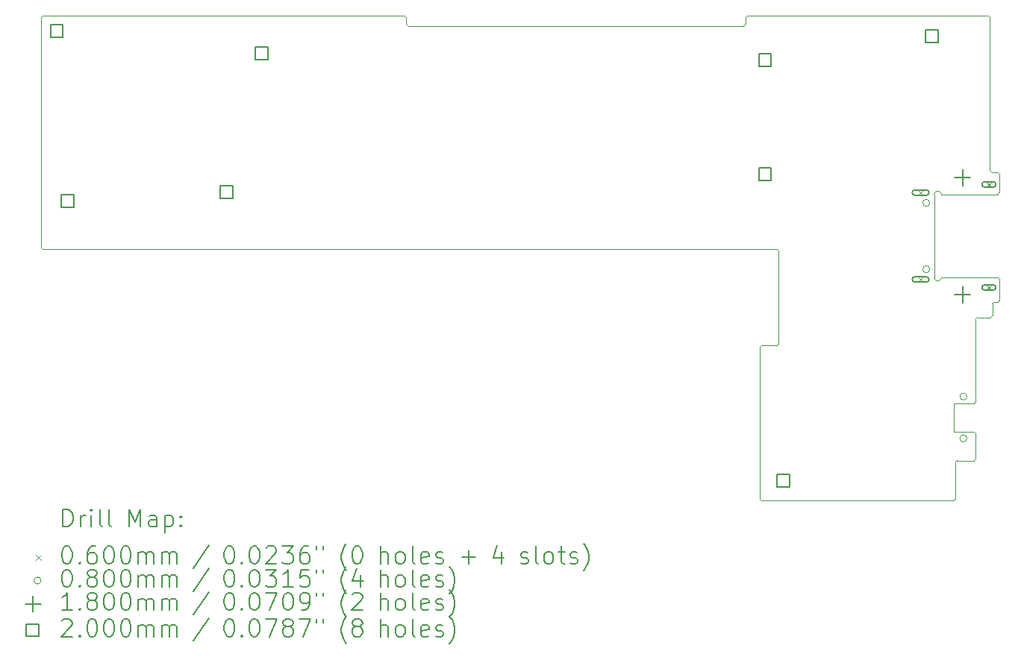
<source format=gbr>
%TF.GenerationSoftware,KiCad,Pcbnew,(7.0.0)*%
%TF.CreationDate,2023-03-12T01:47:21+01:00*%
%TF.ProjectId,g&w,6726772e-6b69-4636-9164-5f7063625858,rev?*%
%TF.SameCoordinates,Original*%
%TF.FileFunction,Drillmap*%
%TF.FilePolarity,Positive*%
%FSLAX45Y45*%
G04 Gerber Fmt 4.5, Leading zero omitted, Abs format (unit mm)*
G04 Created by KiCad (PCBNEW (7.0.0)) date 2023-03-12 01:47:21*
%MOMM*%
%LPD*%
G01*
G04 APERTURE LIST*
%ADD10C,0.050000*%
%ADD11C,0.200000*%
%ADD12C,0.060000*%
%ADD13C,0.080000*%
%ADD14C,0.180000*%
G04 APERTURE END LIST*
D10*
X17685000Y-7925000D02*
G75*
G03*
X17665000Y-7945000I0J-20000D01*
G01*
X20435000Y-7945000D02*
G75*
G03*
X20415000Y-7925000I-20000J0D01*
G01*
X20435000Y-9680000D02*
G75*
G03*
X20455000Y-9700000I20000J0D01*
G01*
X20545000Y-9720000D02*
G75*
G03*
X20525000Y-9700000I-20000J0D01*
G01*
X20525000Y-9953000D02*
G75*
G03*
X20545000Y-9933000I0J20000D01*
G01*
X20545000Y-10917000D02*
G75*
G03*
X20525000Y-10897000I-20000J0D01*
G01*
X20525000Y-11175000D02*
G75*
G03*
X20545000Y-11155000I0J20000D01*
G01*
X20445000Y-11350000D02*
G75*
G03*
X20465000Y-11330000I0J20000D01*
G01*
X20485000Y-11175000D02*
G75*
G03*
X20465000Y-11195000I0J-20000D01*
G01*
X20295000Y-11350000D02*
G75*
G03*
X20275000Y-11370000I0J-20000D01*
G01*
X20255000Y-12325000D02*
G75*
G03*
X20275000Y-12305000I0J20000D01*
G01*
X20275000Y-12665000D02*
G75*
G03*
X20255000Y-12645000I-20000J0D01*
G01*
X20255000Y-12975000D02*
G75*
G03*
X20275000Y-12955000I0J20000D01*
G01*
X20065000Y-12975000D02*
G75*
G03*
X20045000Y-12995000I0J-20000D01*
G01*
X20025000Y-13430000D02*
G75*
G03*
X20045000Y-13410000I0J20000D01*
G01*
X17830000Y-13410000D02*
G75*
G03*
X17850000Y-13430000I20000J0D01*
G01*
X17850000Y-11665000D02*
G75*
G03*
X17830000Y-11685000I0J-20000D01*
G01*
X18020000Y-11665000D02*
G75*
G03*
X18040000Y-11645000I0J20000D01*
G01*
X18040000Y-10595000D02*
G75*
G03*
X18020000Y-10575000I-20000J0D01*
G01*
X9675000Y-10555000D02*
G75*
G03*
X9695000Y-10575000I20000J0D01*
G01*
X9695000Y-7925000D02*
G75*
G03*
X9675000Y-7945000I0J-20000D01*
G01*
X13815000Y-8020000D02*
G75*
G03*
X13835000Y-8040000I20000J0D01*
G01*
X13815000Y-7945000D02*
G75*
G03*
X13795000Y-7925000I-20000J0D01*
G01*
X19805000Y-10897000D02*
G75*
G03*
X19885000Y-10897000I40000J0D01*
G01*
X13815000Y-8020000D02*
X13815000Y-7945000D01*
X20025000Y-12325000D02*
X20255000Y-12325000D01*
X17645000Y-8040000D02*
G75*
G03*
X17665000Y-8020000I0J20000D01*
G01*
X20025000Y-12645000D02*
X20025000Y-12325000D01*
X20295000Y-11350000D02*
X20445000Y-11350000D01*
X17665000Y-7945000D02*
X17665000Y-8020000D01*
X20045000Y-13410000D02*
X20045000Y-12995000D01*
X20525000Y-9700000D02*
X20455000Y-9700000D01*
X20255000Y-12645000D02*
X20025000Y-12645000D01*
X9695000Y-10575000D02*
X18020000Y-10575000D01*
X17645000Y-8040000D02*
X13835000Y-8040000D01*
X13795000Y-7925000D02*
X9695000Y-7925000D01*
X20465000Y-11330000D02*
X20465000Y-11195000D01*
X17830000Y-11685000D02*
X17830000Y-13410000D01*
X20415000Y-7925000D02*
X17685000Y-7925000D01*
X20435000Y-9680000D02*
X20435000Y-7945000D01*
X17850000Y-13430000D02*
X20025000Y-13430000D01*
X20275000Y-12305000D02*
X20275000Y-11370000D01*
X9675000Y-7945000D02*
X9675000Y-10555000D01*
X20525000Y-10897000D02*
X19885000Y-10897000D01*
X20275000Y-12955000D02*
X20275000Y-12665000D01*
X19885000Y-9953000D02*
X20525000Y-9953000D01*
X19805000Y-10897000D02*
X19805000Y-9953000D01*
X20485000Y-11175000D02*
X20525000Y-11175000D01*
X18020000Y-11665000D02*
X17850000Y-11665000D01*
X18040000Y-10595000D02*
X18040000Y-11645000D01*
X19885000Y-9953000D02*
G75*
G03*
X19805000Y-9953000I-40000J0D01*
G01*
X20065000Y-12975000D02*
X20255000Y-12975000D01*
X20545000Y-9933000D02*
X20545000Y-9720000D01*
X20545000Y-11155000D02*
X20545000Y-10917000D01*
D11*
D12*
X19620000Y-9902500D02*
X19680000Y-9962500D01*
X19680000Y-9902500D02*
X19620000Y-9962500D01*
D11*
X19585000Y-9962500D02*
X19715000Y-9962500D01*
X19715000Y-9962500D02*
G75*
G03*
X19715000Y-9902500I0J30000D01*
G01*
X19715000Y-9902500D02*
X19585000Y-9902500D01*
X19585000Y-9902500D02*
G75*
G03*
X19585000Y-9962500I0J-30000D01*
G01*
D12*
X19620000Y-10887500D02*
X19680000Y-10947500D01*
X19680000Y-10887500D02*
X19620000Y-10947500D01*
D11*
X19585000Y-10947500D02*
X19715000Y-10947500D01*
X19715000Y-10947500D02*
G75*
G03*
X19715000Y-10887500I0J30000D01*
G01*
X19715000Y-10887500D02*
X19585000Y-10887500D01*
X19585000Y-10887500D02*
G75*
G03*
X19585000Y-10947500I0J-30000D01*
G01*
D12*
X20395000Y-9810000D02*
X20455000Y-9870000D01*
X20455000Y-9810000D02*
X20395000Y-9870000D01*
D11*
X20375000Y-9870000D02*
X20475000Y-9870000D01*
X20475000Y-9870000D02*
G75*
G03*
X20475000Y-9810000I0J30000D01*
G01*
X20475000Y-9810000D02*
X20375000Y-9810000D01*
X20375000Y-9810000D02*
G75*
G03*
X20375000Y-9870000I0J-30000D01*
G01*
D12*
X20395000Y-10980000D02*
X20455000Y-11040000D01*
X20455000Y-10980000D02*
X20395000Y-11040000D01*
D11*
X20375000Y-11040000D02*
X20475000Y-11040000D01*
X20475000Y-11040000D02*
G75*
G03*
X20475000Y-10980000I0J30000D01*
G01*
X20475000Y-10980000D02*
X20375000Y-10980000D01*
X20375000Y-10980000D02*
G75*
G03*
X20375000Y-11040000I0J-30000D01*
G01*
D13*
X19755000Y-10047500D02*
G75*
G03*
X19755000Y-10047500I-40000J0D01*
G01*
X19755000Y-10802500D02*
G75*
G03*
X19755000Y-10802500I-40000J0D01*
G01*
X20175000Y-12247500D02*
G75*
G03*
X20175000Y-12247500I-40000J0D01*
G01*
X20175000Y-12722500D02*
G75*
G03*
X20175000Y-12722500I-40000J0D01*
G01*
D14*
X20125000Y-9670000D02*
X20125000Y-9850000D01*
X20035000Y-9760000D02*
X20215000Y-9760000D01*
X20125000Y-11000000D02*
X20125000Y-11180000D01*
X20035000Y-11090000D02*
X20215000Y-11090000D01*
D11*
X9920711Y-8170711D02*
X9920711Y-8029289D01*
X9779289Y-8029289D01*
X9779289Y-8170711D01*
X9920711Y-8170711D01*
X10045711Y-10095711D02*
X10045711Y-9954289D01*
X9904289Y-9954289D01*
X9904289Y-10095711D01*
X10045711Y-10095711D01*
X11845711Y-9995711D02*
X11845711Y-9854289D01*
X11704289Y-9854289D01*
X11704289Y-9995711D01*
X11845711Y-9995711D01*
X12245711Y-8420711D02*
X12245711Y-8279289D01*
X12104289Y-8279289D01*
X12104289Y-8420711D01*
X12245711Y-8420711D01*
X17955711Y-8495711D02*
X17955711Y-8354289D01*
X17814289Y-8354289D01*
X17814289Y-8495711D01*
X17955711Y-8495711D01*
X17955711Y-9795711D02*
X17955711Y-9654289D01*
X17814289Y-9654289D01*
X17814289Y-9795711D01*
X17955711Y-9795711D01*
X18160711Y-13270711D02*
X18160711Y-13129289D01*
X18019289Y-13129289D01*
X18019289Y-13270711D01*
X18160711Y-13270711D01*
X19845711Y-8225711D02*
X19845711Y-8084289D01*
X19704289Y-8084289D01*
X19704289Y-8225711D01*
X19845711Y-8225711D01*
X9920119Y-13725976D02*
X9920119Y-13525976D01*
X9920119Y-13525976D02*
X9967738Y-13525976D01*
X9967738Y-13525976D02*
X9996310Y-13535500D01*
X9996310Y-13535500D02*
X10015357Y-13554548D01*
X10015357Y-13554548D02*
X10024881Y-13573595D01*
X10024881Y-13573595D02*
X10034405Y-13611690D01*
X10034405Y-13611690D02*
X10034405Y-13640262D01*
X10034405Y-13640262D02*
X10024881Y-13678357D01*
X10024881Y-13678357D02*
X10015357Y-13697405D01*
X10015357Y-13697405D02*
X9996310Y-13716452D01*
X9996310Y-13716452D02*
X9967738Y-13725976D01*
X9967738Y-13725976D02*
X9920119Y-13725976D01*
X10120119Y-13725976D02*
X10120119Y-13592643D01*
X10120119Y-13630738D02*
X10129643Y-13611690D01*
X10129643Y-13611690D02*
X10139167Y-13602167D01*
X10139167Y-13602167D02*
X10158214Y-13592643D01*
X10158214Y-13592643D02*
X10177262Y-13592643D01*
X10243929Y-13725976D02*
X10243929Y-13592643D01*
X10243929Y-13525976D02*
X10234405Y-13535500D01*
X10234405Y-13535500D02*
X10243929Y-13545024D01*
X10243929Y-13545024D02*
X10253452Y-13535500D01*
X10253452Y-13535500D02*
X10243929Y-13525976D01*
X10243929Y-13525976D02*
X10243929Y-13545024D01*
X10367738Y-13725976D02*
X10348690Y-13716452D01*
X10348690Y-13716452D02*
X10339167Y-13697405D01*
X10339167Y-13697405D02*
X10339167Y-13525976D01*
X10472500Y-13725976D02*
X10453452Y-13716452D01*
X10453452Y-13716452D02*
X10443929Y-13697405D01*
X10443929Y-13697405D02*
X10443929Y-13525976D01*
X10668690Y-13725976D02*
X10668690Y-13525976D01*
X10668690Y-13525976D02*
X10735357Y-13668833D01*
X10735357Y-13668833D02*
X10802024Y-13525976D01*
X10802024Y-13525976D02*
X10802024Y-13725976D01*
X10982976Y-13725976D02*
X10982976Y-13621214D01*
X10982976Y-13621214D02*
X10973452Y-13602167D01*
X10973452Y-13602167D02*
X10954405Y-13592643D01*
X10954405Y-13592643D02*
X10916309Y-13592643D01*
X10916309Y-13592643D02*
X10897262Y-13602167D01*
X10982976Y-13716452D02*
X10963929Y-13725976D01*
X10963929Y-13725976D02*
X10916309Y-13725976D01*
X10916309Y-13725976D02*
X10897262Y-13716452D01*
X10897262Y-13716452D02*
X10887738Y-13697405D01*
X10887738Y-13697405D02*
X10887738Y-13678357D01*
X10887738Y-13678357D02*
X10897262Y-13659309D01*
X10897262Y-13659309D02*
X10916309Y-13649786D01*
X10916309Y-13649786D02*
X10963929Y-13649786D01*
X10963929Y-13649786D02*
X10982976Y-13640262D01*
X11078214Y-13592643D02*
X11078214Y-13792643D01*
X11078214Y-13602167D02*
X11097262Y-13592643D01*
X11097262Y-13592643D02*
X11135357Y-13592643D01*
X11135357Y-13592643D02*
X11154405Y-13602167D01*
X11154405Y-13602167D02*
X11163929Y-13611690D01*
X11163929Y-13611690D02*
X11173452Y-13630738D01*
X11173452Y-13630738D02*
X11173452Y-13687881D01*
X11173452Y-13687881D02*
X11163929Y-13706928D01*
X11163929Y-13706928D02*
X11154405Y-13716452D01*
X11154405Y-13716452D02*
X11135357Y-13725976D01*
X11135357Y-13725976D02*
X11097262Y-13725976D01*
X11097262Y-13725976D02*
X11078214Y-13716452D01*
X11259167Y-13706928D02*
X11268690Y-13716452D01*
X11268690Y-13716452D02*
X11259167Y-13725976D01*
X11259167Y-13725976D02*
X11249643Y-13716452D01*
X11249643Y-13716452D02*
X11259167Y-13706928D01*
X11259167Y-13706928D02*
X11259167Y-13725976D01*
X11259167Y-13602167D02*
X11268690Y-13611690D01*
X11268690Y-13611690D02*
X11259167Y-13621214D01*
X11259167Y-13621214D02*
X11249643Y-13611690D01*
X11249643Y-13611690D02*
X11259167Y-13602167D01*
X11259167Y-13602167D02*
X11259167Y-13621214D01*
D12*
X9612500Y-14042500D02*
X9672500Y-14102500D01*
X9672500Y-14042500D02*
X9612500Y-14102500D01*
D11*
X9958214Y-13945976D02*
X9977262Y-13945976D01*
X9977262Y-13945976D02*
X9996310Y-13955500D01*
X9996310Y-13955500D02*
X10005833Y-13965024D01*
X10005833Y-13965024D02*
X10015357Y-13984071D01*
X10015357Y-13984071D02*
X10024881Y-14022167D01*
X10024881Y-14022167D02*
X10024881Y-14069786D01*
X10024881Y-14069786D02*
X10015357Y-14107881D01*
X10015357Y-14107881D02*
X10005833Y-14126928D01*
X10005833Y-14126928D02*
X9996310Y-14136452D01*
X9996310Y-14136452D02*
X9977262Y-14145976D01*
X9977262Y-14145976D02*
X9958214Y-14145976D01*
X9958214Y-14145976D02*
X9939167Y-14136452D01*
X9939167Y-14136452D02*
X9929643Y-14126928D01*
X9929643Y-14126928D02*
X9920119Y-14107881D01*
X9920119Y-14107881D02*
X9910595Y-14069786D01*
X9910595Y-14069786D02*
X9910595Y-14022167D01*
X9910595Y-14022167D02*
X9920119Y-13984071D01*
X9920119Y-13984071D02*
X9929643Y-13965024D01*
X9929643Y-13965024D02*
X9939167Y-13955500D01*
X9939167Y-13955500D02*
X9958214Y-13945976D01*
X10110595Y-14126928D02*
X10120119Y-14136452D01*
X10120119Y-14136452D02*
X10110595Y-14145976D01*
X10110595Y-14145976D02*
X10101071Y-14136452D01*
X10101071Y-14136452D02*
X10110595Y-14126928D01*
X10110595Y-14126928D02*
X10110595Y-14145976D01*
X10291548Y-13945976D02*
X10253452Y-13945976D01*
X10253452Y-13945976D02*
X10234405Y-13955500D01*
X10234405Y-13955500D02*
X10224881Y-13965024D01*
X10224881Y-13965024D02*
X10205833Y-13993595D01*
X10205833Y-13993595D02*
X10196310Y-14031690D01*
X10196310Y-14031690D02*
X10196310Y-14107881D01*
X10196310Y-14107881D02*
X10205833Y-14126928D01*
X10205833Y-14126928D02*
X10215357Y-14136452D01*
X10215357Y-14136452D02*
X10234405Y-14145976D01*
X10234405Y-14145976D02*
X10272500Y-14145976D01*
X10272500Y-14145976D02*
X10291548Y-14136452D01*
X10291548Y-14136452D02*
X10301071Y-14126928D01*
X10301071Y-14126928D02*
X10310595Y-14107881D01*
X10310595Y-14107881D02*
X10310595Y-14060262D01*
X10310595Y-14060262D02*
X10301071Y-14041214D01*
X10301071Y-14041214D02*
X10291548Y-14031690D01*
X10291548Y-14031690D02*
X10272500Y-14022167D01*
X10272500Y-14022167D02*
X10234405Y-14022167D01*
X10234405Y-14022167D02*
X10215357Y-14031690D01*
X10215357Y-14031690D02*
X10205833Y-14041214D01*
X10205833Y-14041214D02*
X10196310Y-14060262D01*
X10434405Y-13945976D02*
X10453452Y-13945976D01*
X10453452Y-13945976D02*
X10472500Y-13955500D01*
X10472500Y-13955500D02*
X10482024Y-13965024D01*
X10482024Y-13965024D02*
X10491548Y-13984071D01*
X10491548Y-13984071D02*
X10501071Y-14022167D01*
X10501071Y-14022167D02*
X10501071Y-14069786D01*
X10501071Y-14069786D02*
X10491548Y-14107881D01*
X10491548Y-14107881D02*
X10482024Y-14126928D01*
X10482024Y-14126928D02*
X10472500Y-14136452D01*
X10472500Y-14136452D02*
X10453452Y-14145976D01*
X10453452Y-14145976D02*
X10434405Y-14145976D01*
X10434405Y-14145976D02*
X10415357Y-14136452D01*
X10415357Y-14136452D02*
X10405833Y-14126928D01*
X10405833Y-14126928D02*
X10396310Y-14107881D01*
X10396310Y-14107881D02*
X10386786Y-14069786D01*
X10386786Y-14069786D02*
X10386786Y-14022167D01*
X10386786Y-14022167D02*
X10396310Y-13984071D01*
X10396310Y-13984071D02*
X10405833Y-13965024D01*
X10405833Y-13965024D02*
X10415357Y-13955500D01*
X10415357Y-13955500D02*
X10434405Y-13945976D01*
X10624881Y-13945976D02*
X10643929Y-13945976D01*
X10643929Y-13945976D02*
X10662976Y-13955500D01*
X10662976Y-13955500D02*
X10672500Y-13965024D01*
X10672500Y-13965024D02*
X10682024Y-13984071D01*
X10682024Y-13984071D02*
X10691548Y-14022167D01*
X10691548Y-14022167D02*
X10691548Y-14069786D01*
X10691548Y-14069786D02*
X10682024Y-14107881D01*
X10682024Y-14107881D02*
X10672500Y-14126928D01*
X10672500Y-14126928D02*
X10662976Y-14136452D01*
X10662976Y-14136452D02*
X10643929Y-14145976D01*
X10643929Y-14145976D02*
X10624881Y-14145976D01*
X10624881Y-14145976D02*
X10605833Y-14136452D01*
X10605833Y-14136452D02*
X10596310Y-14126928D01*
X10596310Y-14126928D02*
X10586786Y-14107881D01*
X10586786Y-14107881D02*
X10577262Y-14069786D01*
X10577262Y-14069786D02*
X10577262Y-14022167D01*
X10577262Y-14022167D02*
X10586786Y-13984071D01*
X10586786Y-13984071D02*
X10596310Y-13965024D01*
X10596310Y-13965024D02*
X10605833Y-13955500D01*
X10605833Y-13955500D02*
X10624881Y-13945976D01*
X10777262Y-14145976D02*
X10777262Y-14012643D01*
X10777262Y-14031690D02*
X10786786Y-14022167D01*
X10786786Y-14022167D02*
X10805833Y-14012643D01*
X10805833Y-14012643D02*
X10834405Y-14012643D01*
X10834405Y-14012643D02*
X10853452Y-14022167D01*
X10853452Y-14022167D02*
X10862976Y-14041214D01*
X10862976Y-14041214D02*
X10862976Y-14145976D01*
X10862976Y-14041214D02*
X10872500Y-14022167D01*
X10872500Y-14022167D02*
X10891548Y-14012643D01*
X10891548Y-14012643D02*
X10920119Y-14012643D01*
X10920119Y-14012643D02*
X10939167Y-14022167D01*
X10939167Y-14022167D02*
X10948691Y-14041214D01*
X10948691Y-14041214D02*
X10948691Y-14145976D01*
X11043929Y-14145976D02*
X11043929Y-14012643D01*
X11043929Y-14031690D02*
X11053452Y-14022167D01*
X11053452Y-14022167D02*
X11072500Y-14012643D01*
X11072500Y-14012643D02*
X11101072Y-14012643D01*
X11101072Y-14012643D02*
X11120119Y-14022167D01*
X11120119Y-14022167D02*
X11129643Y-14041214D01*
X11129643Y-14041214D02*
X11129643Y-14145976D01*
X11129643Y-14041214D02*
X11139167Y-14022167D01*
X11139167Y-14022167D02*
X11158214Y-14012643D01*
X11158214Y-14012643D02*
X11186786Y-14012643D01*
X11186786Y-14012643D02*
X11205833Y-14022167D01*
X11205833Y-14022167D02*
X11215357Y-14041214D01*
X11215357Y-14041214D02*
X11215357Y-14145976D01*
X11573452Y-13936452D02*
X11402024Y-14193595D01*
X11798214Y-13945976D02*
X11817262Y-13945976D01*
X11817262Y-13945976D02*
X11836310Y-13955500D01*
X11836310Y-13955500D02*
X11845833Y-13965024D01*
X11845833Y-13965024D02*
X11855357Y-13984071D01*
X11855357Y-13984071D02*
X11864881Y-14022167D01*
X11864881Y-14022167D02*
X11864881Y-14069786D01*
X11864881Y-14069786D02*
X11855357Y-14107881D01*
X11855357Y-14107881D02*
X11845833Y-14126928D01*
X11845833Y-14126928D02*
X11836310Y-14136452D01*
X11836310Y-14136452D02*
X11817262Y-14145976D01*
X11817262Y-14145976D02*
X11798214Y-14145976D01*
X11798214Y-14145976D02*
X11779167Y-14136452D01*
X11779167Y-14136452D02*
X11769643Y-14126928D01*
X11769643Y-14126928D02*
X11760119Y-14107881D01*
X11760119Y-14107881D02*
X11750595Y-14069786D01*
X11750595Y-14069786D02*
X11750595Y-14022167D01*
X11750595Y-14022167D02*
X11760119Y-13984071D01*
X11760119Y-13984071D02*
X11769643Y-13965024D01*
X11769643Y-13965024D02*
X11779167Y-13955500D01*
X11779167Y-13955500D02*
X11798214Y-13945976D01*
X11950595Y-14126928D02*
X11960119Y-14136452D01*
X11960119Y-14136452D02*
X11950595Y-14145976D01*
X11950595Y-14145976D02*
X11941071Y-14136452D01*
X11941071Y-14136452D02*
X11950595Y-14126928D01*
X11950595Y-14126928D02*
X11950595Y-14145976D01*
X12083929Y-13945976D02*
X12102976Y-13945976D01*
X12102976Y-13945976D02*
X12122024Y-13955500D01*
X12122024Y-13955500D02*
X12131548Y-13965024D01*
X12131548Y-13965024D02*
X12141071Y-13984071D01*
X12141071Y-13984071D02*
X12150595Y-14022167D01*
X12150595Y-14022167D02*
X12150595Y-14069786D01*
X12150595Y-14069786D02*
X12141071Y-14107881D01*
X12141071Y-14107881D02*
X12131548Y-14126928D01*
X12131548Y-14126928D02*
X12122024Y-14136452D01*
X12122024Y-14136452D02*
X12102976Y-14145976D01*
X12102976Y-14145976D02*
X12083929Y-14145976D01*
X12083929Y-14145976D02*
X12064881Y-14136452D01*
X12064881Y-14136452D02*
X12055357Y-14126928D01*
X12055357Y-14126928D02*
X12045833Y-14107881D01*
X12045833Y-14107881D02*
X12036310Y-14069786D01*
X12036310Y-14069786D02*
X12036310Y-14022167D01*
X12036310Y-14022167D02*
X12045833Y-13984071D01*
X12045833Y-13984071D02*
X12055357Y-13965024D01*
X12055357Y-13965024D02*
X12064881Y-13955500D01*
X12064881Y-13955500D02*
X12083929Y-13945976D01*
X12226786Y-13965024D02*
X12236310Y-13955500D01*
X12236310Y-13955500D02*
X12255357Y-13945976D01*
X12255357Y-13945976D02*
X12302976Y-13945976D01*
X12302976Y-13945976D02*
X12322024Y-13955500D01*
X12322024Y-13955500D02*
X12331548Y-13965024D01*
X12331548Y-13965024D02*
X12341071Y-13984071D01*
X12341071Y-13984071D02*
X12341071Y-14003119D01*
X12341071Y-14003119D02*
X12331548Y-14031690D01*
X12331548Y-14031690D02*
X12217262Y-14145976D01*
X12217262Y-14145976D02*
X12341071Y-14145976D01*
X12407738Y-13945976D02*
X12531548Y-13945976D01*
X12531548Y-13945976D02*
X12464881Y-14022167D01*
X12464881Y-14022167D02*
X12493452Y-14022167D01*
X12493452Y-14022167D02*
X12512500Y-14031690D01*
X12512500Y-14031690D02*
X12522024Y-14041214D01*
X12522024Y-14041214D02*
X12531548Y-14060262D01*
X12531548Y-14060262D02*
X12531548Y-14107881D01*
X12531548Y-14107881D02*
X12522024Y-14126928D01*
X12522024Y-14126928D02*
X12512500Y-14136452D01*
X12512500Y-14136452D02*
X12493452Y-14145976D01*
X12493452Y-14145976D02*
X12436310Y-14145976D01*
X12436310Y-14145976D02*
X12417262Y-14136452D01*
X12417262Y-14136452D02*
X12407738Y-14126928D01*
X12702976Y-13945976D02*
X12664881Y-13945976D01*
X12664881Y-13945976D02*
X12645833Y-13955500D01*
X12645833Y-13955500D02*
X12636310Y-13965024D01*
X12636310Y-13965024D02*
X12617262Y-13993595D01*
X12617262Y-13993595D02*
X12607738Y-14031690D01*
X12607738Y-14031690D02*
X12607738Y-14107881D01*
X12607738Y-14107881D02*
X12617262Y-14126928D01*
X12617262Y-14126928D02*
X12626786Y-14136452D01*
X12626786Y-14136452D02*
X12645833Y-14145976D01*
X12645833Y-14145976D02*
X12683929Y-14145976D01*
X12683929Y-14145976D02*
X12702976Y-14136452D01*
X12702976Y-14136452D02*
X12712500Y-14126928D01*
X12712500Y-14126928D02*
X12722024Y-14107881D01*
X12722024Y-14107881D02*
X12722024Y-14060262D01*
X12722024Y-14060262D02*
X12712500Y-14041214D01*
X12712500Y-14041214D02*
X12702976Y-14031690D01*
X12702976Y-14031690D02*
X12683929Y-14022167D01*
X12683929Y-14022167D02*
X12645833Y-14022167D01*
X12645833Y-14022167D02*
X12626786Y-14031690D01*
X12626786Y-14031690D02*
X12617262Y-14041214D01*
X12617262Y-14041214D02*
X12607738Y-14060262D01*
X12798214Y-13945976D02*
X12798214Y-13984071D01*
X12874405Y-13945976D02*
X12874405Y-13984071D01*
X13137262Y-14222167D02*
X13127738Y-14212643D01*
X13127738Y-14212643D02*
X13108691Y-14184071D01*
X13108691Y-14184071D02*
X13099167Y-14165024D01*
X13099167Y-14165024D02*
X13089643Y-14136452D01*
X13089643Y-14136452D02*
X13080119Y-14088833D01*
X13080119Y-14088833D02*
X13080119Y-14050738D01*
X13080119Y-14050738D02*
X13089643Y-14003119D01*
X13089643Y-14003119D02*
X13099167Y-13974548D01*
X13099167Y-13974548D02*
X13108691Y-13955500D01*
X13108691Y-13955500D02*
X13127738Y-13926928D01*
X13127738Y-13926928D02*
X13137262Y-13917405D01*
X13251548Y-13945976D02*
X13270595Y-13945976D01*
X13270595Y-13945976D02*
X13289643Y-13955500D01*
X13289643Y-13955500D02*
X13299167Y-13965024D01*
X13299167Y-13965024D02*
X13308691Y-13984071D01*
X13308691Y-13984071D02*
X13318214Y-14022167D01*
X13318214Y-14022167D02*
X13318214Y-14069786D01*
X13318214Y-14069786D02*
X13308691Y-14107881D01*
X13308691Y-14107881D02*
X13299167Y-14126928D01*
X13299167Y-14126928D02*
X13289643Y-14136452D01*
X13289643Y-14136452D02*
X13270595Y-14145976D01*
X13270595Y-14145976D02*
X13251548Y-14145976D01*
X13251548Y-14145976D02*
X13232500Y-14136452D01*
X13232500Y-14136452D02*
X13222976Y-14126928D01*
X13222976Y-14126928D02*
X13213452Y-14107881D01*
X13213452Y-14107881D02*
X13203929Y-14069786D01*
X13203929Y-14069786D02*
X13203929Y-14022167D01*
X13203929Y-14022167D02*
X13213452Y-13984071D01*
X13213452Y-13984071D02*
X13222976Y-13965024D01*
X13222976Y-13965024D02*
X13232500Y-13955500D01*
X13232500Y-13955500D02*
X13251548Y-13945976D01*
X13523929Y-14145976D02*
X13523929Y-13945976D01*
X13609643Y-14145976D02*
X13609643Y-14041214D01*
X13609643Y-14041214D02*
X13600119Y-14022167D01*
X13600119Y-14022167D02*
X13581072Y-14012643D01*
X13581072Y-14012643D02*
X13552500Y-14012643D01*
X13552500Y-14012643D02*
X13533452Y-14022167D01*
X13533452Y-14022167D02*
X13523929Y-14031690D01*
X13733452Y-14145976D02*
X13714405Y-14136452D01*
X13714405Y-14136452D02*
X13704881Y-14126928D01*
X13704881Y-14126928D02*
X13695357Y-14107881D01*
X13695357Y-14107881D02*
X13695357Y-14050738D01*
X13695357Y-14050738D02*
X13704881Y-14031690D01*
X13704881Y-14031690D02*
X13714405Y-14022167D01*
X13714405Y-14022167D02*
X13733452Y-14012643D01*
X13733452Y-14012643D02*
X13762024Y-14012643D01*
X13762024Y-14012643D02*
X13781072Y-14022167D01*
X13781072Y-14022167D02*
X13790595Y-14031690D01*
X13790595Y-14031690D02*
X13800119Y-14050738D01*
X13800119Y-14050738D02*
X13800119Y-14107881D01*
X13800119Y-14107881D02*
X13790595Y-14126928D01*
X13790595Y-14126928D02*
X13781072Y-14136452D01*
X13781072Y-14136452D02*
X13762024Y-14145976D01*
X13762024Y-14145976D02*
X13733452Y-14145976D01*
X13914405Y-14145976D02*
X13895357Y-14136452D01*
X13895357Y-14136452D02*
X13885833Y-14117405D01*
X13885833Y-14117405D02*
X13885833Y-13945976D01*
X14066786Y-14136452D02*
X14047738Y-14145976D01*
X14047738Y-14145976D02*
X14009643Y-14145976D01*
X14009643Y-14145976D02*
X13990595Y-14136452D01*
X13990595Y-14136452D02*
X13981072Y-14117405D01*
X13981072Y-14117405D02*
X13981072Y-14041214D01*
X13981072Y-14041214D02*
X13990595Y-14022167D01*
X13990595Y-14022167D02*
X14009643Y-14012643D01*
X14009643Y-14012643D02*
X14047738Y-14012643D01*
X14047738Y-14012643D02*
X14066786Y-14022167D01*
X14066786Y-14022167D02*
X14076310Y-14041214D01*
X14076310Y-14041214D02*
X14076310Y-14060262D01*
X14076310Y-14060262D02*
X13981072Y-14079309D01*
X14152500Y-14136452D02*
X14171548Y-14145976D01*
X14171548Y-14145976D02*
X14209643Y-14145976D01*
X14209643Y-14145976D02*
X14228691Y-14136452D01*
X14228691Y-14136452D02*
X14238214Y-14117405D01*
X14238214Y-14117405D02*
X14238214Y-14107881D01*
X14238214Y-14107881D02*
X14228691Y-14088833D01*
X14228691Y-14088833D02*
X14209643Y-14079309D01*
X14209643Y-14079309D02*
X14181072Y-14079309D01*
X14181072Y-14079309D02*
X14162024Y-14069786D01*
X14162024Y-14069786D02*
X14152500Y-14050738D01*
X14152500Y-14050738D02*
X14152500Y-14041214D01*
X14152500Y-14041214D02*
X14162024Y-14022167D01*
X14162024Y-14022167D02*
X14181072Y-14012643D01*
X14181072Y-14012643D02*
X14209643Y-14012643D01*
X14209643Y-14012643D02*
X14228691Y-14022167D01*
X14443929Y-14069786D02*
X14596310Y-14069786D01*
X14520119Y-14145976D02*
X14520119Y-13993595D01*
X14897262Y-14012643D02*
X14897262Y-14145976D01*
X14849643Y-13936452D02*
X14802024Y-14079309D01*
X14802024Y-14079309D02*
X14925833Y-14079309D01*
X15112500Y-14136452D02*
X15131548Y-14145976D01*
X15131548Y-14145976D02*
X15169643Y-14145976D01*
X15169643Y-14145976D02*
X15188691Y-14136452D01*
X15188691Y-14136452D02*
X15198214Y-14117405D01*
X15198214Y-14117405D02*
X15198214Y-14107881D01*
X15198214Y-14107881D02*
X15188691Y-14088833D01*
X15188691Y-14088833D02*
X15169643Y-14079309D01*
X15169643Y-14079309D02*
X15141072Y-14079309D01*
X15141072Y-14079309D02*
X15122024Y-14069786D01*
X15122024Y-14069786D02*
X15112500Y-14050738D01*
X15112500Y-14050738D02*
X15112500Y-14041214D01*
X15112500Y-14041214D02*
X15122024Y-14022167D01*
X15122024Y-14022167D02*
X15141072Y-14012643D01*
X15141072Y-14012643D02*
X15169643Y-14012643D01*
X15169643Y-14012643D02*
X15188691Y-14022167D01*
X15312500Y-14145976D02*
X15293453Y-14136452D01*
X15293453Y-14136452D02*
X15283929Y-14117405D01*
X15283929Y-14117405D02*
X15283929Y-13945976D01*
X15417262Y-14145976D02*
X15398214Y-14136452D01*
X15398214Y-14136452D02*
X15388691Y-14126928D01*
X15388691Y-14126928D02*
X15379167Y-14107881D01*
X15379167Y-14107881D02*
X15379167Y-14050738D01*
X15379167Y-14050738D02*
X15388691Y-14031690D01*
X15388691Y-14031690D02*
X15398214Y-14022167D01*
X15398214Y-14022167D02*
X15417262Y-14012643D01*
X15417262Y-14012643D02*
X15445834Y-14012643D01*
X15445834Y-14012643D02*
X15464881Y-14022167D01*
X15464881Y-14022167D02*
X15474405Y-14031690D01*
X15474405Y-14031690D02*
X15483929Y-14050738D01*
X15483929Y-14050738D02*
X15483929Y-14107881D01*
X15483929Y-14107881D02*
X15474405Y-14126928D01*
X15474405Y-14126928D02*
X15464881Y-14136452D01*
X15464881Y-14136452D02*
X15445834Y-14145976D01*
X15445834Y-14145976D02*
X15417262Y-14145976D01*
X15541072Y-14012643D02*
X15617262Y-14012643D01*
X15569643Y-13945976D02*
X15569643Y-14117405D01*
X15569643Y-14117405D02*
X15579167Y-14136452D01*
X15579167Y-14136452D02*
X15598214Y-14145976D01*
X15598214Y-14145976D02*
X15617262Y-14145976D01*
X15674405Y-14136452D02*
X15693453Y-14145976D01*
X15693453Y-14145976D02*
X15731548Y-14145976D01*
X15731548Y-14145976D02*
X15750595Y-14136452D01*
X15750595Y-14136452D02*
X15760119Y-14117405D01*
X15760119Y-14117405D02*
X15760119Y-14107881D01*
X15760119Y-14107881D02*
X15750595Y-14088833D01*
X15750595Y-14088833D02*
X15731548Y-14079309D01*
X15731548Y-14079309D02*
X15702976Y-14079309D01*
X15702976Y-14079309D02*
X15683929Y-14069786D01*
X15683929Y-14069786D02*
X15674405Y-14050738D01*
X15674405Y-14050738D02*
X15674405Y-14041214D01*
X15674405Y-14041214D02*
X15683929Y-14022167D01*
X15683929Y-14022167D02*
X15702976Y-14012643D01*
X15702976Y-14012643D02*
X15731548Y-14012643D01*
X15731548Y-14012643D02*
X15750595Y-14022167D01*
X15826786Y-14222167D02*
X15836310Y-14212643D01*
X15836310Y-14212643D02*
X15855357Y-14184071D01*
X15855357Y-14184071D02*
X15864881Y-14165024D01*
X15864881Y-14165024D02*
X15874405Y-14136452D01*
X15874405Y-14136452D02*
X15883929Y-14088833D01*
X15883929Y-14088833D02*
X15883929Y-14050738D01*
X15883929Y-14050738D02*
X15874405Y-14003119D01*
X15874405Y-14003119D02*
X15864881Y-13974548D01*
X15864881Y-13974548D02*
X15855357Y-13955500D01*
X15855357Y-13955500D02*
X15836310Y-13926928D01*
X15836310Y-13926928D02*
X15826786Y-13917405D01*
D13*
X9672500Y-14336500D02*
G75*
G03*
X9672500Y-14336500I-40000J0D01*
G01*
D11*
X9958214Y-14209976D02*
X9977262Y-14209976D01*
X9977262Y-14209976D02*
X9996310Y-14219500D01*
X9996310Y-14219500D02*
X10005833Y-14229024D01*
X10005833Y-14229024D02*
X10015357Y-14248071D01*
X10015357Y-14248071D02*
X10024881Y-14286167D01*
X10024881Y-14286167D02*
X10024881Y-14333786D01*
X10024881Y-14333786D02*
X10015357Y-14371881D01*
X10015357Y-14371881D02*
X10005833Y-14390928D01*
X10005833Y-14390928D02*
X9996310Y-14400452D01*
X9996310Y-14400452D02*
X9977262Y-14409976D01*
X9977262Y-14409976D02*
X9958214Y-14409976D01*
X9958214Y-14409976D02*
X9939167Y-14400452D01*
X9939167Y-14400452D02*
X9929643Y-14390928D01*
X9929643Y-14390928D02*
X9920119Y-14371881D01*
X9920119Y-14371881D02*
X9910595Y-14333786D01*
X9910595Y-14333786D02*
X9910595Y-14286167D01*
X9910595Y-14286167D02*
X9920119Y-14248071D01*
X9920119Y-14248071D02*
X9929643Y-14229024D01*
X9929643Y-14229024D02*
X9939167Y-14219500D01*
X9939167Y-14219500D02*
X9958214Y-14209976D01*
X10110595Y-14390928D02*
X10120119Y-14400452D01*
X10120119Y-14400452D02*
X10110595Y-14409976D01*
X10110595Y-14409976D02*
X10101071Y-14400452D01*
X10101071Y-14400452D02*
X10110595Y-14390928D01*
X10110595Y-14390928D02*
X10110595Y-14409976D01*
X10234405Y-14295690D02*
X10215357Y-14286167D01*
X10215357Y-14286167D02*
X10205833Y-14276643D01*
X10205833Y-14276643D02*
X10196310Y-14257595D01*
X10196310Y-14257595D02*
X10196310Y-14248071D01*
X10196310Y-14248071D02*
X10205833Y-14229024D01*
X10205833Y-14229024D02*
X10215357Y-14219500D01*
X10215357Y-14219500D02*
X10234405Y-14209976D01*
X10234405Y-14209976D02*
X10272500Y-14209976D01*
X10272500Y-14209976D02*
X10291548Y-14219500D01*
X10291548Y-14219500D02*
X10301071Y-14229024D01*
X10301071Y-14229024D02*
X10310595Y-14248071D01*
X10310595Y-14248071D02*
X10310595Y-14257595D01*
X10310595Y-14257595D02*
X10301071Y-14276643D01*
X10301071Y-14276643D02*
X10291548Y-14286167D01*
X10291548Y-14286167D02*
X10272500Y-14295690D01*
X10272500Y-14295690D02*
X10234405Y-14295690D01*
X10234405Y-14295690D02*
X10215357Y-14305214D01*
X10215357Y-14305214D02*
X10205833Y-14314738D01*
X10205833Y-14314738D02*
X10196310Y-14333786D01*
X10196310Y-14333786D02*
X10196310Y-14371881D01*
X10196310Y-14371881D02*
X10205833Y-14390928D01*
X10205833Y-14390928D02*
X10215357Y-14400452D01*
X10215357Y-14400452D02*
X10234405Y-14409976D01*
X10234405Y-14409976D02*
X10272500Y-14409976D01*
X10272500Y-14409976D02*
X10291548Y-14400452D01*
X10291548Y-14400452D02*
X10301071Y-14390928D01*
X10301071Y-14390928D02*
X10310595Y-14371881D01*
X10310595Y-14371881D02*
X10310595Y-14333786D01*
X10310595Y-14333786D02*
X10301071Y-14314738D01*
X10301071Y-14314738D02*
X10291548Y-14305214D01*
X10291548Y-14305214D02*
X10272500Y-14295690D01*
X10434405Y-14209976D02*
X10453452Y-14209976D01*
X10453452Y-14209976D02*
X10472500Y-14219500D01*
X10472500Y-14219500D02*
X10482024Y-14229024D01*
X10482024Y-14229024D02*
X10491548Y-14248071D01*
X10491548Y-14248071D02*
X10501071Y-14286167D01*
X10501071Y-14286167D02*
X10501071Y-14333786D01*
X10501071Y-14333786D02*
X10491548Y-14371881D01*
X10491548Y-14371881D02*
X10482024Y-14390928D01*
X10482024Y-14390928D02*
X10472500Y-14400452D01*
X10472500Y-14400452D02*
X10453452Y-14409976D01*
X10453452Y-14409976D02*
X10434405Y-14409976D01*
X10434405Y-14409976D02*
X10415357Y-14400452D01*
X10415357Y-14400452D02*
X10405833Y-14390928D01*
X10405833Y-14390928D02*
X10396310Y-14371881D01*
X10396310Y-14371881D02*
X10386786Y-14333786D01*
X10386786Y-14333786D02*
X10386786Y-14286167D01*
X10386786Y-14286167D02*
X10396310Y-14248071D01*
X10396310Y-14248071D02*
X10405833Y-14229024D01*
X10405833Y-14229024D02*
X10415357Y-14219500D01*
X10415357Y-14219500D02*
X10434405Y-14209976D01*
X10624881Y-14209976D02*
X10643929Y-14209976D01*
X10643929Y-14209976D02*
X10662976Y-14219500D01*
X10662976Y-14219500D02*
X10672500Y-14229024D01*
X10672500Y-14229024D02*
X10682024Y-14248071D01*
X10682024Y-14248071D02*
X10691548Y-14286167D01*
X10691548Y-14286167D02*
X10691548Y-14333786D01*
X10691548Y-14333786D02*
X10682024Y-14371881D01*
X10682024Y-14371881D02*
X10672500Y-14390928D01*
X10672500Y-14390928D02*
X10662976Y-14400452D01*
X10662976Y-14400452D02*
X10643929Y-14409976D01*
X10643929Y-14409976D02*
X10624881Y-14409976D01*
X10624881Y-14409976D02*
X10605833Y-14400452D01*
X10605833Y-14400452D02*
X10596310Y-14390928D01*
X10596310Y-14390928D02*
X10586786Y-14371881D01*
X10586786Y-14371881D02*
X10577262Y-14333786D01*
X10577262Y-14333786D02*
X10577262Y-14286167D01*
X10577262Y-14286167D02*
X10586786Y-14248071D01*
X10586786Y-14248071D02*
X10596310Y-14229024D01*
X10596310Y-14229024D02*
X10605833Y-14219500D01*
X10605833Y-14219500D02*
X10624881Y-14209976D01*
X10777262Y-14409976D02*
X10777262Y-14276643D01*
X10777262Y-14295690D02*
X10786786Y-14286167D01*
X10786786Y-14286167D02*
X10805833Y-14276643D01*
X10805833Y-14276643D02*
X10834405Y-14276643D01*
X10834405Y-14276643D02*
X10853452Y-14286167D01*
X10853452Y-14286167D02*
X10862976Y-14305214D01*
X10862976Y-14305214D02*
X10862976Y-14409976D01*
X10862976Y-14305214D02*
X10872500Y-14286167D01*
X10872500Y-14286167D02*
X10891548Y-14276643D01*
X10891548Y-14276643D02*
X10920119Y-14276643D01*
X10920119Y-14276643D02*
X10939167Y-14286167D01*
X10939167Y-14286167D02*
X10948691Y-14305214D01*
X10948691Y-14305214D02*
X10948691Y-14409976D01*
X11043929Y-14409976D02*
X11043929Y-14276643D01*
X11043929Y-14295690D02*
X11053452Y-14286167D01*
X11053452Y-14286167D02*
X11072500Y-14276643D01*
X11072500Y-14276643D02*
X11101072Y-14276643D01*
X11101072Y-14276643D02*
X11120119Y-14286167D01*
X11120119Y-14286167D02*
X11129643Y-14305214D01*
X11129643Y-14305214D02*
X11129643Y-14409976D01*
X11129643Y-14305214D02*
X11139167Y-14286167D01*
X11139167Y-14286167D02*
X11158214Y-14276643D01*
X11158214Y-14276643D02*
X11186786Y-14276643D01*
X11186786Y-14276643D02*
X11205833Y-14286167D01*
X11205833Y-14286167D02*
X11215357Y-14305214D01*
X11215357Y-14305214D02*
X11215357Y-14409976D01*
X11573452Y-14200452D02*
X11402024Y-14457595D01*
X11798214Y-14209976D02*
X11817262Y-14209976D01*
X11817262Y-14209976D02*
X11836310Y-14219500D01*
X11836310Y-14219500D02*
X11845833Y-14229024D01*
X11845833Y-14229024D02*
X11855357Y-14248071D01*
X11855357Y-14248071D02*
X11864881Y-14286167D01*
X11864881Y-14286167D02*
X11864881Y-14333786D01*
X11864881Y-14333786D02*
X11855357Y-14371881D01*
X11855357Y-14371881D02*
X11845833Y-14390928D01*
X11845833Y-14390928D02*
X11836310Y-14400452D01*
X11836310Y-14400452D02*
X11817262Y-14409976D01*
X11817262Y-14409976D02*
X11798214Y-14409976D01*
X11798214Y-14409976D02*
X11779167Y-14400452D01*
X11779167Y-14400452D02*
X11769643Y-14390928D01*
X11769643Y-14390928D02*
X11760119Y-14371881D01*
X11760119Y-14371881D02*
X11750595Y-14333786D01*
X11750595Y-14333786D02*
X11750595Y-14286167D01*
X11750595Y-14286167D02*
X11760119Y-14248071D01*
X11760119Y-14248071D02*
X11769643Y-14229024D01*
X11769643Y-14229024D02*
X11779167Y-14219500D01*
X11779167Y-14219500D02*
X11798214Y-14209976D01*
X11950595Y-14390928D02*
X11960119Y-14400452D01*
X11960119Y-14400452D02*
X11950595Y-14409976D01*
X11950595Y-14409976D02*
X11941071Y-14400452D01*
X11941071Y-14400452D02*
X11950595Y-14390928D01*
X11950595Y-14390928D02*
X11950595Y-14409976D01*
X12083929Y-14209976D02*
X12102976Y-14209976D01*
X12102976Y-14209976D02*
X12122024Y-14219500D01*
X12122024Y-14219500D02*
X12131548Y-14229024D01*
X12131548Y-14229024D02*
X12141071Y-14248071D01*
X12141071Y-14248071D02*
X12150595Y-14286167D01*
X12150595Y-14286167D02*
X12150595Y-14333786D01*
X12150595Y-14333786D02*
X12141071Y-14371881D01*
X12141071Y-14371881D02*
X12131548Y-14390928D01*
X12131548Y-14390928D02*
X12122024Y-14400452D01*
X12122024Y-14400452D02*
X12102976Y-14409976D01*
X12102976Y-14409976D02*
X12083929Y-14409976D01*
X12083929Y-14409976D02*
X12064881Y-14400452D01*
X12064881Y-14400452D02*
X12055357Y-14390928D01*
X12055357Y-14390928D02*
X12045833Y-14371881D01*
X12045833Y-14371881D02*
X12036310Y-14333786D01*
X12036310Y-14333786D02*
X12036310Y-14286167D01*
X12036310Y-14286167D02*
X12045833Y-14248071D01*
X12045833Y-14248071D02*
X12055357Y-14229024D01*
X12055357Y-14229024D02*
X12064881Y-14219500D01*
X12064881Y-14219500D02*
X12083929Y-14209976D01*
X12217262Y-14209976D02*
X12341071Y-14209976D01*
X12341071Y-14209976D02*
X12274405Y-14286167D01*
X12274405Y-14286167D02*
X12302976Y-14286167D01*
X12302976Y-14286167D02*
X12322024Y-14295690D01*
X12322024Y-14295690D02*
X12331548Y-14305214D01*
X12331548Y-14305214D02*
X12341071Y-14324262D01*
X12341071Y-14324262D02*
X12341071Y-14371881D01*
X12341071Y-14371881D02*
X12331548Y-14390928D01*
X12331548Y-14390928D02*
X12322024Y-14400452D01*
X12322024Y-14400452D02*
X12302976Y-14409976D01*
X12302976Y-14409976D02*
X12245833Y-14409976D01*
X12245833Y-14409976D02*
X12226786Y-14400452D01*
X12226786Y-14400452D02*
X12217262Y-14390928D01*
X12531548Y-14409976D02*
X12417262Y-14409976D01*
X12474405Y-14409976D02*
X12474405Y-14209976D01*
X12474405Y-14209976D02*
X12455357Y-14238548D01*
X12455357Y-14238548D02*
X12436310Y-14257595D01*
X12436310Y-14257595D02*
X12417262Y-14267119D01*
X12712500Y-14209976D02*
X12617262Y-14209976D01*
X12617262Y-14209976D02*
X12607738Y-14305214D01*
X12607738Y-14305214D02*
X12617262Y-14295690D01*
X12617262Y-14295690D02*
X12636310Y-14286167D01*
X12636310Y-14286167D02*
X12683929Y-14286167D01*
X12683929Y-14286167D02*
X12702976Y-14295690D01*
X12702976Y-14295690D02*
X12712500Y-14305214D01*
X12712500Y-14305214D02*
X12722024Y-14324262D01*
X12722024Y-14324262D02*
X12722024Y-14371881D01*
X12722024Y-14371881D02*
X12712500Y-14390928D01*
X12712500Y-14390928D02*
X12702976Y-14400452D01*
X12702976Y-14400452D02*
X12683929Y-14409976D01*
X12683929Y-14409976D02*
X12636310Y-14409976D01*
X12636310Y-14409976D02*
X12617262Y-14400452D01*
X12617262Y-14400452D02*
X12607738Y-14390928D01*
X12798214Y-14209976D02*
X12798214Y-14248071D01*
X12874405Y-14209976D02*
X12874405Y-14248071D01*
X13137262Y-14486167D02*
X13127738Y-14476643D01*
X13127738Y-14476643D02*
X13108691Y-14448071D01*
X13108691Y-14448071D02*
X13099167Y-14429024D01*
X13099167Y-14429024D02*
X13089643Y-14400452D01*
X13089643Y-14400452D02*
X13080119Y-14352833D01*
X13080119Y-14352833D02*
X13080119Y-14314738D01*
X13080119Y-14314738D02*
X13089643Y-14267119D01*
X13089643Y-14267119D02*
X13099167Y-14238548D01*
X13099167Y-14238548D02*
X13108691Y-14219500D01*
X13108691Y-14219500D02*
X13127738Y-14190928D01*
X13127738Y-14190928D02*
X13137262Y-14181405D01*
X13299167Y-14276643D02*
X13299167Y-14409976D01*
X13251548Y-14200452D02*
X13203929Y-14343309D01*
X13203929Y-14343309D02*
X13327738Y-14343309D01*
X13523929Y-14409976D02*
X13523929Y-14209976D01*
X13609643Y-14409976D02*
X13609643Y-14305214D01*
X13609643Y-14305214D02*
X13600119Y-14286167D01*
X13600119Y-14286167D02*
X13581072Y-14276643D01*
X13581072Y-14276643D02*
X13552500Y-14276643D01*
X13552500Y-14276643D02*
X13533452Y-14286167D01*
X13533452Y-14286167D02*
X13523929Y-14295690D01*
X13733452Y-14409976D02*
X13714405Y-14400452D01*
X13714405Y-14400452D02*
X13704881Y-14390928D01*
X13704881Y-14390928D02*
X13695357Y-14371881D01*
X13695357Y-14371881D02*
X13695357Y-14314738D01*
X13695357Y-14314738D02*
X13704881Y-14295690D01*
X13704881Y-14295690D02*
X13714405Y-14286167D01*
X13714405Y-14286167D02*
X13733452Y-14276643D01*
X13733452Y-14276643D02*
X13762024Y-14276643D01*
X13762024Y-14276643D02*
X13781072Y-14286167D01*
X13781072Y-14286167D02*
X13790595Y-14295690D01*
X13790595Y-14295690D02*
X13800119Y-14314738D01*
X13800119Y-14314738D02*
X13800119Y-14371881D01*
X13800119Y-14371881D02*
X13790595Y-14390928D01*
X13790595Y-14390928D02*
X13781072Y-14400452D01*
X13781072Y-14400452D02*
X13762024Y-14409976D01*
X13762024Y-14409976D02*
X13733452Y-14409976D01*
X13914405Y-14409976D02*
X13895357Y-14400452D01*
X13895357Y-14400452D02*
X13885833Y-14381405D01*
X13885833Y-14381405D02*
X13885833Y-14209976D01*
X14066786Y-14400452D02*
X14047738Y-14409976D01*
X14047738Y-14409976D02*
X14009643Y-14409976D01*
X14009643Y-14409976D02*
X13990595Y-14400452D01*
X13990595Y-14400452D02*
X13981072Y-14381405D01*
X13981072Y-14381405D02*
X13981072Y-14305214D01*
X13981072Y-14305214D02*
X13990595Y-14286167D01*
X13990595Y-14286167D02*
X14009643Y-14276643D01*
X14009643Y-14276643D02*
X14047738Y-14276643D01*
X14047738Y-14276643D02*
X14066786Y-14286167D01*
X14066786Y-14286167D02*
X14076310Y-14305214D01*
X14076310Y-14305214D02*
X14076310Y-14324262D01*
X14076310Y-14324262D02*
X13981072Y-14343309D01*
X14152500Y-14400452D02*
X14171548Y-14409976D01*
X14171548Y-14409976D02*
X14209643Y-14409976D01*
X14209643Y-14409976D02*
X14228691Y-14400452D01*
X14228691Y-14400452D02*
X14238214Y-14381405D01*
X14238214Y-14381405D02*
X14238214Y-14371881D01*
X14238214Y-14371881D02*
X14228691Y-14352833D01*
X14228691Y-14352833D02*
X14209643Y-14343309D01*
X14209643Y-14343309D02*
X14181072Y-14343309D01*
X14181072Y-14343309D02*
X14162024Y-14333786D01*
X14162024Y-14333786D02*
X14152500Y-14314738D01*
X14152500Y-14314738D02*
X14152500Y-14305214D01*
X14152500Y-14305214D02*
X14162024Y-14286167D01*
X14162024Y-14286167D02*
X14181072Y-14276643D01*
X14181072Y-14276643D02*
X14209643Y-14276643D01*
X14209643Y-14276643D02*
X14228691Y-14286167D01*
X14304881Y-14486167D02*
X14314405Y-14476643D01*
X14314405Y-14476643D02*
X14333453Y-14448071D01*
X14333453Y-14448071D02*
X14342976Y-14429024D01*
X14342976Y-14429024D02*
X14352500Y-14400452D01*
X14352500Y-14400452D02*
X14362024Y-14352833D01*
X14362024Y-14352833D02*
X14362024Y-14314738D01*
X14362024Y-14314738D02*
X14352500Y-14267119D01*
X14352500Y-14267119D02*
X14342976Y-14238548D01*
X14342976Y-14238548D02*
X14333453Y-14219500D01*
X14333453Y-14219500D02*
X14314405Y-14190928D01*
X14314405Y-14190928D02*
X14304881Y-14181405D01*
D14*
X9582500Y-14510500D02*
X9582500Y-14690500D01*
X9492500Y-14600500D02*
X9672500Y-14600500D01*
D11*
X10024881Y-14673976D02*
X9910595Y-14673976D01*
X9967738Y-14673976D02*
X9967738Y-14473976D01*
X9967738Y-14473976D02*
X9948690Y-14502548D01*
X9948690Y-14502548D02*
X9929643Y-14521595D01*
X9929643Y-14521595D02*
X9910595Y-14531119D01*
X10110595Y-14654928D02*
X10120119Y-14664452D01*
X10120119Y-14664452D02*
X10110595Y-14673976D01*
X10110595Y-14673976D02*
X10101071Y-14664452D01*
X10101071Y-14664452D02*
X10110595Y-14654928D01*
X10110595Y-14654928D02*
X10110595Y-14673976D01*
X10234405Y-14559690D02*
X10215357Y-14550167D01*
X10215357Y-14550167D02*
X10205833Y-14540643D01*
X10205833Y-14540643D02*
X10196310Y-14521595D01*
X10196310Y-14521595D02*
X10196310Y-14512071D01*
X10196310Y-14512071D02*
X10205833Y-14493024D01*
X10205833Y-14493024D02*
X10215357Y-14483500D01*
X10215357Y-14483500D02*
X10234405Y-14473976D01*
X10234405Y-14473976D02*
X10272500Y-14473976D01*
X10272500Y-14473976D02*
X10291548Y-14483500D01*
X10291548Y-14483500D02*
X10301071Y-14493024D01*
X10301071Y-14493024D02*
X10310595Y-14512071D01*
X10310595Y-14512071D02*
X10310595Y-14521595D01*
X10310595Y-14521595D02*
X10301071Y-14540643D01*
X10301071Y-14540643D02*
X10291548Y-14550167D01*
X10291548Y-14550167D02*
X10272500Y-14559690D01*
X10272500Y-14559690D02*
X10234405Y-14559690D01*
X10234405Y-14559690D02*
X10215357Y-14569214D01*
X10215357Y-14569214D02*
X10205833Y-14578738D01*
X10205833Y-14578738D02*
X10196310Y-14597786D01*
X10196310Y-14597786D02*
X10196310Y-14635881D01*
X10196310Y-14635881D02*
X10205833Y-14654928D01*
X10205833Y-14654928D02*
X10215357Y-14664452D01*
X10215357Y-14664452D02*
X10234405Y-14673976D01*
X10234405Y-14673976D02*
X10272500Y-14673976D01*
X10272500Y-14673976D02*
X10291548Y-14664452D01*
X10291548Y-14664452D02*
X10301071Y-14654928D01*
X10301071Y-14654928D02*
X10310595Y-14635881D01*
X10310595Y-14635881D02*
X10310595Y-14597786D01*
X10310595Y-14597786D02*
X10301071Y-14578738D01*
X10301071Y-14578738D02*
X10291548Y-14569214D01*
X10291548Y-14569214D02*
X10272500Y-14559690D01*
X10434405Y-14473976D02*
X10453452Y-14473976D01*
X10453452Y-14473976D02*
X10472500Y-14483500D01*
X10472500Y-14483500D02*
X10482024Y-14493024D01*
X10482024Y-14493024D02*
X10491548Y-14512071D01*
X10491548Y-14512071D02*
X10501071Y-14550167D01*
X10501071Y-14550167D02*
X10501071Y-14597786D01*
X10501071Y-14597786D02*
X10491548Y-14635881D01*
X10491548Y-14635881D02*
X10482024Y-14654928D01*
X10482024Y-14654928D02*
X10472500Y-14664452D01*
X10472500Y-14664452D02*
X10453452Y-14673976D01*
X10453452Y-14673976D02*
X10434405Y-14673976D01*
X10434405Y-14673976D02*
X10415357Y-14664452D01*
X10415357Y-14664452D02*
X10405833Y-14654928D01*
X10405833Y-14654928D02*
X10396310Y-14635881D01*
X10396310Y-14635881D02*
X10386786Y-14597786D01*
X10386786Y-14597786D02*
X10386786Y-14550167D01*
X10386786Y-14550167D02*
X10396310Y-14512071D01*
X10396310Y-14512071D02*
X10405833Y-14493024D01*
X10405833Y-14493024D02*
X10415357Y-14483500D01*
X10415357Y-14483500D02*
X10434405Y-14473976D01*
X10624881Y-14473976D02*
X10643929Y-14473976D01*
X10643929Y-14473976D02*
X10662976Y-14483500D01*
X10662976Y-14483500D02*
X10672500Y-14493024D01*
X10672500Y-14493024D02*
X10682024Y-14512071D01*
X10682024Y-14512071D02*
X10691548Y-14550167D01*
X10691548Y-14550167D02*
X10691548Y-14597786D01*
X10691548Y-14597786D02*
X10682024Y-14635881D01*
X10682024Y-14635881D02*
X10672500Y-14654928D01*
X10672500Y-14654928D02*
X10662976Y-14664452D01*
X10662976Y-14664452D02*
X10643929Y-14673976D01*
X10643929Y-14673976D02*
X10624881Y-14673976D01*
X10624881Y-14673976D02*
X10605833Y-14664452D01*
X10605833Y-14664452D02*
X10596310Y-14654928D01*
X10596310Y-14654928D02*
X10586786Y-14635881D01*
X10586786Y-14635881D02*
X10577262Y-14597786D01*
X10577262Y-14597786D02*
X10577262Y-14550167D01*
X10577262Y-14550167D02*
X10586786Y-14512071D01*
X10586786Y-14512071D02*
X10596310Y-14493024D01*
X10596310Y-14493024D02*
X10605833Y-14483500D01*
X10605833Y-14483500D02*
X10624881Y-14473976D01*
X10777262Y-14673976D02*
X10777262Y-14540643D01*
X10777262Y-14559690D02*
X10786786Y-14550167D01*
X10786786Y-14550167D02*
X10805833Y-14540643D01*
X10805833Y-14540643D02*
X10834405Y-14540643D01*
X10834405Y-14540643D02*
X10853452Y-14550167D01*
X10853452Y-14550167D02*
X10862976Y-14569214D01*
X10862976Y-14569214D02*
X10862976Y-14673976D01*
X10862976Y-14569214D02*
X10872500Y-14550167D01*
X10872500Y-14550167D02*
X10891548Y-14540643D01*
X10891548Y-14540643D02*
X10920119Y-14540643D01*
X10920119Y-14540643D02*
X10939167Y-14550167D01*
X10939167Y-14550167D02*
X10948691Y-14569214D01*
X10948691Y-14569214D02*
X10948691Y-14673976D01*
X11043929Y-14673976D02*
X11043929Y-14540643D01*
X11043929Y-14559690D02*
X11053452Y-14550167D01*
X11053452Y-14550167D02*
X11072500Y-14540643D01*
X11072500Y-14540643D02*
X11101072Y-14540643D01*
X11101072Y-14540643D02*
X11120119Y-14550167D01*
X11120119Y-14550167D02*
X11129643Y-14569214D01*
X11129643Y-14569214D02*
X11129643Y-14673976D01*
X11129643Y-14569214D02*
X11139167Y-14550167D01*
X11139167Y-14550167D02*
X11158214Y-14540643D01*
X11158214Y-14540643D02*
X11186786Y-14540643D01*
X11186786Y-14540643D02*
X11205833Y-14550167D01*
X11205833Y-14550167D02*
X11215357Y-14569214D01*
X11215357Y-14569214D02*
X11215357Y-14673976D01*
X11573452Y-14464452D02*
X11402024Y-14721595D01*
X11798214Y-14473976D02*
X11817262Y-14473976D01*
X11817262Y-14473976D02*
X11836310Y-14483500D01*
X11836310Y-14483500D02*
X11845833Y-14493024D01*
X11845833Y-14493024D02*
X11855357Y-14512071D01*
X11855357Y-14512071D02*
X11864881Y-14550167D01*
X11864881Y-14550167D02*
X11864881Y-14597786D01*
X11864881Y-14597786D02*
X11855357Y-14635881D01*
X11855357Y-14635881D02*
X11845833Y-14654928D01*
X11845833Y-14654928D02*
X11836310Y-14664452D01*
X11836310Y-14664452D02*
X11817262Y-14673976D01*
X11817262Y-14673976D02*
X11798214Y-14673976D01*
X11798214Y-14673976D02*
X11779167Y-14664452D01*
X11779167Y-14664452D02*
X11769643Y-14654928D01*
X11769643Y-14654928D02*
X11760119Y-14635881D01*
X11760119Y-14635881D02*
X11750595Y-14597786D01*
X11750595Y-14597786D02*
X11750595Y-14550167D01*
X11750595Y-14550167D02*
X11760119Y-14512071D01*
X11760119Y-14512071D02*
X11769643Y-14493024D01*
X11769643Y-14493024D02*
X11779167Y-14483500D01*
X11779167Y-14483500D02*
X11798214Y-14473976D01*
X11950595Y-14654928D02*
X11960119Y-14664452D01*
X11960119Y-14664452D02*
X11950595Y-14673976D01*
X11950595Y-14673976D02*
X11941071Y-14664452D01*
X11941071Y-14664452D02*
X11950595Y-14654928D01*
X11950595Y-14654928D02*
X11950595Y-14673976D01*
X12083929Y-14473976D02*
X12102976Y-14473976D01*
X12102976Y-14473976D02*
X12122024Y-14483500D01*
X12122024Y-14483500D02*
X12131548Y-14493024D01*
X12131548Y-14493024D02*
X12141071Y-14512071D01*
X12141071Y-14512071D02*
X12150595Y-14550167D01*
X12150595Y-14550167D02*
X12150595Y-14597786D01*
X12150595Y-14597786D02*
X12141071Y-14635881D01*
X12141071Y-14635881D02*
X12131548Y-14654928D01*
X12131548Y-14654928D02*
X12122024Y-14664452D01*
X12122024Y-14664452D02*
X12102976Y-14673976D01*
X12102976Y-14673976D02*
X12083929Y-14673976D01*
X12083929Y-14673976D02*
X12064881Y-14664452D01*
X12064881Y-14664452D02*
X12055357Y-14654928D01*
X12055357Y-14654928D02*
X12045833Y-14635881D01*
X12045833Y-14635881D02*
X12036310Y-14597786D01*
X12036310Y-14597786D02*
X12036310Y-14550167D01*
X12036310Y-14550167D02*
X12045833Y-14512071D01*
X12045833Y-14512071D02*
X12055357Y-14493024D01*
X12055357Y-14493024D02*
X12064881Y-14483500D01*
X12064881Y-14483500D02*
X12083929Y-14473976D01*
X12217262Y-14473976D02*
X12350595Y-14473976D01*
X12350595Y-14473976D02*
X12264881Y-14673976D01*
X12464881Y-14473976D02*
X12483929Y-14473976D01*
X12483929Y-14473976D02*
X12502976Y-14483500D01*
X12502976Y-14483500D02*
X12512500Y-14493024D01*
X12512500Y-14493024D02*
X12522024Y-14512071D01*
X12522024Y-14512071D02*
X12531548Y-14550167D01*
X12531548Y-14550167D02*
X12531548Y-14597786D01*
X12531548Y-14597786D02*
X12522024Y-14635881D01*
X12522024Y-14635881D02*
X12512500Y-14654928D01*
X12512500Y-14654928D02*
X12502976Y-14664452D01*
X12502976Y-14664452D02*
X12483929Y-14673976D01*
X12483929Y-14673976D02*
X12464881Y-14673976D01*
X12464881Y-14673976D02*
X12445833Y-14664452D01*
X12445833Y-14664452D02*
X12436310Y-14654928D01*
X12436310Y-14654928D02*
X12426786Y-14635881D01*
X12426786Y-14635881D02*
X12417262Y-14597786D01*
X12417262Y-14597786D02*
X12417262Y-14550167D01*
X12417262Y-14550167D02*
X12426786Y-14512071D01*
X12426786Y-14512071D02*
X12436310Y-14493024D01*
X12436310Y-14493024D02*
X12445833Y-14483500D01*
X12445833Y-14483500D02*
X12464881Y-14473976D01*
X12626786Y-14673976D02*
X12664881Y-14673976D01*
X12664881Y-14673976D02*
X12683929Y-14664452D01*
X12683929Y-14664452D02*
X12693452Y-14654928D01*
X12693452Y-14654928D02*
X12712500Y-14626357D01*
X12712500Y-14626357D02*
X12722024Y-14588262D01*
X12722024Y-14588262D02*
X12722024Y-14512071D01*
X12722024Y-14512071D02*
X12712500Y-14493024D01*
X12712500Y-14493024D02*
X12702976Y-14483500D01*
X12702976Y-14483500D02*
X12683929Y-14473976D01*
X12683929Y-14473976D02*
X12645833Y-14473976D01*
X12645833Y-14473976D02*
X12626786Y-14483500D01*
X12626786Y-14483500D02*
X12617262Y-14493024D01*
X12617262Y-14493024D02*
X12607738Y-14512071D01*
X12607738Y-14512071D02*
X12607738Y-14559690D01*
X12607738Y-14559690D02*
X12617262Y-14578738D01*
X12617262Y-14578738D02*
X12626786Y-14588262D01*
X12626786Y-14588262D02*
X12645833Y-14597786D01*
X12645833Y-14597786D02*
X12683929Y-14597786D01*
X12683929Y-14597786D02*
X12702976Y-14588262D01*
X12702976Y-14588262D02*
X12712500Y-14578738D01*
X12712500Y-14578738D02*
X12722024Y-14559690D01*
X12798214Y-14473976D02*
X12798214Y-14512071D01*
X12874405Y-14473976D02*
X12874405Y-14512071D01*
X13137262Y-14750167D02*
X13127738Y-14740643D01*
X13127738Y-14740643D02*
X13108691Y-14712071D01*
X13108691Y-14712071D02*
X13099167Y-14693024D01*
X13099167Y-14693024D02*
X13089643Y-14664452D01*
X13089643Y-14664452D02*
X13080119Y-14616833D01*
X13080119Y-14616833D02*
X13080119Y-14578738D01*
X13080119Y-14578738D02*
X13089643Y-14531119D01*
X13089643Y-14531119D02*
X13099167Y-14502548D01*
X13099167Y-14502548D02*
X13108691Y-14483500D01*
X13108691Y-14483500D02*
X13127738Y-14454928D01*
X13127738Y-14454928D02*
X13137262Y-14445405D01*
X13203929Y-14493024D02*
X13213452Y-14483500D01*
X13213452Y-14483500D02*
X13232500Y-14473976D01*
X13232500Y-14473976D02*
X13280119Y-14473976D01*
X13280119Y-14473976D02*
X13299167Y-14483500D01*
X13299167Y-14483500D02*
X13308691Y-14493024D01*
X13308691Y-14493024D02*
X13318214Y-14512071D01*
X13318214Y-14512071D02*
X13318214Y-14531119D01*
X13318214Y-14531119D02*
X13308691Y-14559690D01*
X13308691Y-14559690D02*
X13194405Y-14673976D01*
X13194405Y-14673976D02*
X13318214Y-14673976D01*
X13523929Y-14673976D02*
X13523929Y-14473976D01*
X13609643Y-14673976D02*
X13609643Y-14569214D01*
X13609643Y-14569214D02*
X13600119Y-14550167D01*
X13600119Y-14550167D02*
X13581072Y-14540643D01*
X13581072Y-14540643D02*
X13552500Y-14540643D01*
X13552500Y-14540643D02*
X13533452Y-14550167D01*
X13533452Y-14550167D02*
X13523929Y-14559690D01*
X13733452Y-14673976D02*
X13714405Y-14664452D01*
X13714405Y-14664452D02*
X13704881Y-14654928D01*
X13704881Y-14654928D02*
X13695357Y-14635881D01*
X13695357Y-14635881D02*
X13695357Y-14578738D01*
X13695357Y-14578738D02*
X13704881Y-14559690D01*
X13704881Y-14559690D02*
X13714405Y-14550167D01*
X13714405Y-14550167D02*
X13733452Y-14540643D01*
X13733452Y-14540643D02*
X13762024Y-14540643D01*
X13762024Y-14540643D02*
X13781072Y-14550167D01*
X13781072Y-14550167D02*
X13790595Y-14559690D01*
X13790595Y-14559690D02*
X13800119Y-14578738D01*
X13800119Y-14578738D02*
X13800119Y-14635881D01*
X13800119Y-14635881D02*
X13790595Y-14654928D01*
X13790595Y-14654928D02*
X13781072Y-14664452D01*
X13781072Y-14664452D02*
X13762024Y-14673976D01*
X13762024Y-14673976D02*
X13733452Y-14673976D01*
X13914405Y-14673976D02*
X13895357Y-14664452D01*
X13895357Y-14664452D02*
X13885833Y-14645405D01*
X13885833Y-14645405D02*
X13885833Y-14473976D01*
X14066786Y-14664452D02*
X14047738Y-14673976D01*
X14047738Y-14673976D02*
X14009643Y-14673976D01*
X14009643Y-14673976D02*
X13990595Y-14664452D01*
X13990595Y-14664452D02*
X13981072Y-14645405D01*
X13981072Y-14645405D02*
X13981072Y-14569214D01*
X13981072Y-14569214D02*
X13990595Y-14550167D01*
X13990595Y-14550167D02*
X14009643Y-14540643D01*
X14009643Y-14540643D02*
X14047738Y-14540643D01*
X14047738Y-14540643D02*
X14066786Y-14550167D01*
X14066786Y-14550167D02*
X14076310Y-14569214D01*
X14076310Y-14569214D02*
X14076310Y-14588262D01*
X14076310Y-14588262D02*
X13981072Y-14607309D01*
X14152500Y-14664452D02*
X14171548Y-14673976D01*
X14171548Y-14673976D02*
X14209643Y-14673976D01*
X14209643Y-14673976D02*
X14228691Y-14664452D01*
X14228691Y-14664452D02*
X14238214Y-14645405D01*
X14238214Y-14645405D02*
X14238214Y-14635881D01*
X14238214Y-14635881D02*
X14228691Y-14616833D01*
X14228691Y-14616833D02*
X14209643Y-14607309D01*
X14209643Y-14607309D02*
X14181072Y-14607309D01*
X14181072Y-14607309D02*
X14162024Y-14597786D01*
X14162024Y-14597786D02*
X14152500Y-14578738D01*
X14152500Y-14578738D02*
X14152500Y-14569214D01*
X14152500Y-14569214D02*
X14162024Y-14550167D01*
X14162024Y-14550167D02*
X14181072Y-14540643D01*
X14181072Y-14540643D02*
X14209643Y-14540643D01*
X14209643Y-14540643D02*
X14228691Y-14550167D01*
X14304881Y-14750167D02*
X14314405Y-14740643D01*
X14314405Y-14740643D02*
X14333453Y-14712071D01*
X14333453Y-14712071D02*
X14342976Y-14693024D01*
X14342976Y-14693024D02*
X14352500Y-14664452D01*
X14352500Y-14664452D02*
X14362024Y-14616833D01*
X14362024Y-14616833D02*
X14362024Y-14578738D01*
X14362024Y-14578738D02*
X14352500Y-14531119D01*
X14352500Y-14531119D02*
X14342976Y-14502548D01*
X14342976Y-14502548D02*
X14333453Y-14483500D01*
X14333453Y-14483500D02*
X14314405Y-14454928D01*
X14314405Y-14454928D02*
X14304881Y-14445405D01*
X9643211Y-14971211D02*
X9643211Y-14829789D01*
X9501789Y-14829789D01*
X9501789Y-14971211D01*
X9643211Y-14971211D01*
X9910595Y-14793024D02*
X9920119Y-14783500D01*
X9920119Y-14783500D02*
X9939167Y-14773976D01*
X9939167Y-14773976D02*
X9986786Y-14773976D01*
X9986786Y-14773976D02*
X10005833Y-14783500D01*
X10005833Y-14783500D02*
X10015357Y-14793024D01*
X10015357Y-14793024D02*
X10024881Y-14812071D01*
X10024881Y-14812071D02*
X10024881Y-14831119D01*
X10024881Y-14831119D02*
X10015357Y-14859690D01*
X10015357Y-14859690D02*
X9901071Y-14973976D01*
X9901071Y-14973976D02*
X10024881Y-14973976D01*
X10110595Y-14954928D02*
X10120119Y-14964452D01*
X10120119Y-14964452D02*
X10110595Y-14973976D01*
X10110595Y-14973976D02*
X10101071Y-14964452D01*
X10101071Y-14964452D02*
X10110595Y-14954928D01*
X10110595Y-14954928D02*
X10110595Y-14973976D01*
X10243929Y-14773976D02*
X10262976Y-14773976D01*
X10262976Y-14773976D02*
X10282024Y-14783500D01*
X10282024Y-14783500D02*
X10291548Y-14793024D01*
X10291548Y-14793024D02*
X10301071Y-14812071D01*
X10301071Y-14812071D02*
X10310595Y-14850167D01*
X10310595Y-14850167D02*
X10310595Y-14897786D01*
X10310595Y-14897786D02*
X10301071Y-14935881D01*
X10301071Y-14935881D02*
X10291548Y-14954928D01*
X10291548Y-14954928D02*
X10282024Y-14964452D01*
X10282024Y-14964452D02*
X10262976Y-14973976D01*
X10262976Y-14973976D02*
X10243929Y-14973976D01*
X10243929Y-14973976D02*
X10224881Y-14964452D01*
X10224881Y-14964452D02*
X10215357Y-14954928D01*
X10215357Y-14954928D02*
X10205833Y-14935881D01*
X10205833Y-14935881D02*
X10196310Y-14897786D01*
X10196310Y-14897786D02*
X10196310Y-14850167D01*
X10196310Y-14850167D02*
X10205833Y-14812071D01*
X10205833Y-14812071D02*
X10215357Y-14793024D01*
X10215357Y-14793024D02*
X10224881Y-14783500D01*
X10224881Y-14783500D02*
X10243929Y-14773976D01*
X10434405Y-14773976D02*
X10453452Y-14773976D01*
X10453452Y-14773976D02*
X10472500Y-14783500D01*
X10472500Y-14783500D02*
X10482024Y-14793024D01*
X10482024Y-14793024D02*
X10491548Y-14812071D01*
X10491548Y-14812071D02*
X10501071Y-14850167D01*
X10501071Y-14850167D02*
X10501071Y-14897786D01*
X10501071Y-14897786D02*
X10491548Y-14935881D01*
X10491548Y-14935881D02*
X10482024Y-14954928D01*
X10482024Y-14954928D02*
X10472500Y-14964452D01*
X10472500Y-14964452D02*
X10453452Y-14973976D01*
X10453452Y-14973976D02*
X10434405Y-14973976D01*
X10434405Y-14973976D02*
X10415357Y-14964452D01*
X10415357Y-14964452D02*
X10405833Y-14954928D01*
X10405833Y-14954928D02*
X10396310Y-14935881D01*
X10396310Y-14935881D02*
X10386786Y-14897786D01*
X10386786Y-14897786D02*
X10386786Y-14850167D01*
X10386786Y-14850167D02*
X10396310Y-14812071D01*
X10396310Y-14812071D02*
X10405833Y-14793024D01*
X10405833Y-14793024D02*
X10415357Y-14783500D01*
X10415357Y-14783500D02*
X10434405Y-14773976D01*
X10624881Y-14773976D02*
X10643929Y-14773976D01*
X10643929Y-14773976D02*
X10662976Y-14783500D01*
X10662976Y-14783500D02*
X10672500Y-14793024D01*
X10672500Y-14793024D02*
X10682024Y-14812071D01*
X10682024Y-14812071D02*
X10691548Y-14850167D01*
X10691548Y-14850167D02*
X10691548Y-14897786D01*
X10691548Y-14897786D02*
X10682024Y-14935881D01*
X10682024Y-14935881D02*
X10672500Y-14954928D01*
X10672500Y-14954928D02*
X10662976Y-14964452D01*
X10662976Y-14964452D02*
X10643929Y-14973976D01*
X10643929Y-14973976D02*
X10624881Y-14973976D01*
X10624881Y-14973976D02*
X10605833Y-14964452D01*
X10605833Y-14964452D02*
X10596310Y-14954928D01*
X10596310Y-14954928D02*
X10586786Y-14935881D01*
X10586786Y-14935881D02*
X10577262Y-14897786D01*
X10577262Y-14897786D02*
X10577262Y-14850167D01*
X10577262Y-14850167D02*
X10586786Y-14812071D01*
X10586786Y-14812071D02*
X10596310Y-14793024D01*
X10596310Y-14793024D02*
X10605833Y-14783500D01*
X10605833Y-14783500D02*
X10624881Y-14773976D01*
X10777262Y-14973976D02*
X10777262Y-14840643D01*
X10777262Y-14859690D02*
X10786786Y-14850167D01*
X10786786Y-14850167D02*
X10805833Y-14840643D01*
X10805833Y-14840643D02*
X10834405Y-14840643D01*
X10834405Y-14840643D02*
X10853452Y-14850167D01*
X10853452Y-14850167D02*
X10862976Y-14869214D01*
X10862976Y-14869214D02*
X10862976Y-14973976D01*
X10862976Y-14869214D02*
X10872500Y-14850167D01*
X10872500Y-14850167D02*
X10891548Y-14840643D01*
X10891548Y-14840643D02*
X10920119Y-14840643D01*
X10920119Y-14840643D02*
X10939167Y-14850167D01*
X10939167Y-14850167D02*
X10948691Y-14869214D01*
X10948691Y-14869214D02*
X10948691Y-14973976D01*
X11043929Y-14973976D02*
X11043929Y-14840643D01*
X11043929Y-14859690D02*
X11053452Y-14850167D01*
X11053452Y-14850167D02*
X11072500Y-14840643D01*
X11072500Y-14840643D02*
X11101072Y-14840643D01*
X11101072Y-14840643D02*
X11120119Y-14850167D01*
X11120119Y-14850167D02*
X11129643Y-14869214D01*
X11129643Y-14869214D02*
X11129643Y-14973976D01*
X11129643Y-14869214D02*
X11139167Y-14850167D01*
X11139167Y-14850167D02*
X11158214Y-14840643D01*
X11158214Y-14840643D02*
X11186786Y-14840643D01*
X11186786Y-14840643D02*
X11205833Y-14850167D01*
X11205833Y-14850167D02*
X11215357Y-14869214D01*
X11215357Y-14869214D02*
X11215357Y-14973976D01*
X11573452Y-14764452D02*
X11402024Y-15021595D01*
X11798214Y-14773976D02*
X11817262Y-14773976D01*
X11817262Y-14773976D02*
X11836310Y-14783500D01*
X11836310Y-14783500D02*
X11845833Y-14793024D01*
X11845833Y-14793024D02*
X11855357Y-14812071D01*
X11855357Y-14812071D02*
X11864881Y-14850167D01*
X11864881Y-14850167D02*
X11864881Y-14897786D01*
X11864881Y-14897786D02*
X11855357Y-14935881D01*
X11855357Y-14935881D02*
X11845833Y-14954928D01*
X11845833Y-14954928D02*
X11836310Y-14964452D01*
X11836310Y-14964452D02*
X11817262Y-14973976D01*
X11817262Y-14973976D02*
X11798214Y-14973976D01*
X11798214Y-14973976D02*
X11779167Y-14964452D01*
X11779167Y-14964452D02*
X11769643Y-14954928D01*
X11769643Y-14954928D02*
X11760119Y-14935881D01*
X11760119Y-14935881D02*
X11750595Y-14897786D01*
X11750595Y-14897786D02*
X11750595Y-14850167D01*
X11750595Y-14850167D02*
X11760119Y-14812071D01*
X11760119Y-14812071D02*
X11769643Y-14793024D01*
X11769643Y-14793024D02*
X11779167Y-14783500D01*
X11779167Y-14783500D02*
X11798214Y-14773976D01*
X11950595Y-14954928D02*
X11960119Y-14964452D01*
X11960119Y-14964452D02*
X11950595Y-14973976D01*
X11950595Y-14973976D02*
X11941071Y-14964452D01*
X11941071Y-14964452D02*
X11950595Y-14954928D01*
X11950595Y-14954928D02*
X11950595Y-14973976D01*
X12083929Y-14773976D02*
X12102976Y-14773976D01*
X12102976Y-14773976D02*
X12122024Y-14783500D01*
X12122024Y-14783500D02*
X12131548Y-14793024D01*
X12131548Y-14793024D02*
X12141071Y-14812071D01*
X12141071Y-14812071D02*
X12150595Y-14850167D01*
X12150595Y-14850167D02*
X12150595Y-14897786D01*
X12150595Y-14897786D02*
X12141071Y-14935881D01*
X12141071Y-14935881D02*
X12131548Y-14954928D01*
X12131548Y-14954928D02*
X12122024Y-14964452D01*
X12122024Y-14964452D02*
X12102976Y-14973976D01*
X12102976Y-14973976D02*
X12083929Y-14973976D01*
X12083929Y-14973976D02*
X12064881Y-14964452D01*
X12064881Y-14964452D02*
X12055357Y-14954928D01*
X12055357Y-14954928D02*
X12045833Y-14935881D01*
X12045833Y-14935881D02*
X12036310Y-14897786D01*
X12036310Y-14897786D02*
X12036310Y-14850167D01*
X12036310Y-14850167D02*
X12045833Y-14812071D01*
X12045833Y-14812071D02*
X12055357Y-14793024D01*
X12055357Y-14793024D02*
X12064881Y-14783500D01*
X12064881Y-14783500D02*
X12083929Y-14773976D01*
X12217262Y-14773976D02*
X12350595Y-14773976D01*
X12350595Y-14773976D02*
X12264881Y-14973976D01*
X12455357Y-14859690D02*
X12436310Y-14850167D01*
X12436310Y-14850167D02*
X12426786Y-14840643D01*
X12426786Y-14840643D02*
X12417262Y-14821595D01*
X12417262Y-14821595D02*
X12417262Y-14812071D01*
X12417262Y-14812071D02*
X12426786Y-14793024D01*
X12426786Y-14793024D02*
X12436310Y-14783500D01*
X12436310Y-14783500D02*
X12455357Y-14773976D01*
X12455357Y-14773976D02*
X12493452Y-14773976D01*
X12493452Y-14773976D02*
X12512500Y-14783500D01*
X12512500Y-14783500D02*
X12522024Y-14793024D01*
X12522024Y-14793024D02*
X12531548Y-14812071D01*
X12531548Y-14812071D02*
X12531548Y-14821595D01*
X12531548Y-14821595D02*
X12522024Y-14840643D01*
X12522024Y-14840643D02*
X12512500Y-14850167D01*
X12512500Y-14850167D02*
X12493452Y-14859690D01*
X12493452Y-14859690D02*
X12455357Y-14859690D01*
X12455357Y-14859690D02*
X12436310Y-14869214D01*
X12436310Y-14869214D02*
X12426786Y-14878738D01*
X12426786Y-14878738D02*
X12417262Y-14897786D01*
X12417262Y-14897786D02*
X12417262Y-14935881D01*
X12417262Y-14935881D02*
X12426786Y-14954928D01*
X12426786Y-14954928D02*
X12436310Y-14964452D01*
X12436310Y-14964452D02*
X12455357Y-14973976D01*
X12455357Y-14973976D02*
X12493452Y-14973976D01*
X12493452Y-14973976D02*
X12512500Y-14964452D01*
X12512500Y-14964452D02*
X12522024Y-14954928D01*
X12522024Y-14954928D02*
X12531548Y-14935881D01*
X12531548Y-14935881D02*
X12531548Y-14897786D01*
X12531548Y-14897786D02*
X12522024Y-14878738D01*
X12522024Y-14878738D02*
X12512500Y-14869214D01*
X12512500Y-14869214D02*
X12493452Y-14859690D01*
X12598214Y-14773976D02*
X12731548Y-14773976D01*
X12731548Y-14773976D02*
X12645833Y-14973976D01*
X12798214Y-14773976D02*
X12798214Y-14812071D01*
X12874405Y-14773976D02*
X12874405Y-14812071D01*
X13137262Y-15050167D02*
X13127738Y-15040643D01*
X13127738Y-15040643D02*
X13108691Y-15012071D01*
X13108691Y-15012071D02*
X13099167Y-14993024D01*
X13099167Y-14993024D02*
X13089643Y-14964452D01*
X13089643Y-14964452D02*
X13080119Y-14916833D01*
X13080119Y-14916833D02*
X13080119Y-14878738D01*
X13080119Y-14878738D02*
X13089643Y-14831119D01*
X13089643Y-14831119D02*
X13099167Y-14802548D01*
X13099167Y-14802548D02*
X13108691Y-14783500D01*
X13108691Y-14783500D02*
X13127738Y-14754928D01*
X13127738Y-14754928D02*
X13137262Y-14745405D01*
X13242024Y-14859690D02*
X13222976Y-14850167D01*
X13222976Y-14850167D02*
X13213452Y-14840643D01*
X13213452Y-14840643D02*
X13203929Y-14821595D01*
X13203929Y-14821595D02*
X13203929Y-14812071D01*
X13203929Y-14812071D02*
X13213452Y-14793024D01*
X13213452Y-14793024D02*
X13222976Y-14783500D01*
X13222976Y-14783500D02*
X13242024Y-14773976D01*
X13242024Y-14773976D02*
X13280119Y-14773976D01*
X13280119Y-14773976D02*
X13299167Y-14783500D01*
X13299167Y-14783500D02*
X13308691Y-14793024D01*
X13308691Y-14793024D02*
X13318214Y-14812071D01*
X13318214Y-14812071D02*
X13318214Y-14821595D01*
X13318214Y-14821595D02*
X13308691Y-14840643D01*
X13308691Y-14840643D02*
X13299167Y-14850167D01*
X13299167Y-14850167D02*
X13280119Y-14859690D01*
X13280119Y-14859690D02*
X13242024Y-14859690D01*
X13242024Y-14859690D02*
X13222976Y-14869214D01*
X13222976Y-14869214D02*
X13213452Y-14878738D01*
X13213452Y-14878738D02*
X13203929Y-14897786D01*
X13203929Y-14897786D02*
X13203929Y-14935881D01*
X13203929Y-14935881D02*
X13213452Y-14954928D01*
X13213452Y-14954928D02*
X13222976Y-14964452D01*
X13222976Y-14964452D02*
X13242024Y-14973976D01*
X13242024Y-14973976D02*
X13280119Y-14973976D01*
X13280119Y-14973976D02*
X13299167Y-14964452D01*
X13299167Y-14964452D02*
X13308691Y-14954928D01*
X13308691Y-14954928D02*
X13318214Y-14935881D01*
X13318214Y-14935881D02*
X13318214Y-14897786D01*
X13318214Y-14897786D02*
X13308691Y-14878738D01*
X13308691Y-14878738D02*
X13299167Y-14869214D01*
X13299167Y-14869214D02*
X13280119Y-14859690D01*
X13523929Y-14973976D02*
X13523929Y-14773976D01*
X13609643Y-14973976D02*
X13609643Y-14869214D01*
X13609643Y-14869214D02*
X13600119Y-14850167D01*
X13600119Y-14850167D02*
X13581072Y-14840643D01*
X13581072Y-14840643D02*
X13552500Y-14840643D01*
X13552500Y-14840643D02*
X13533452Y-14850167D01*
X13533452Y-14850167D02*
X13523929Y-14859690D01*
X13733452Y-14973976D02*
X13714405Y-14964452D01*
X13714405Y-14964452D02*
X13704881Y-14954928D01*
X13704881Y-14954928D02*
X13695357Y-14935881D01*
X13695357Y-14935881D02*
X13695357Y-14878738D01*
X13695357Y-14878738D02*
X13704881Y-14859690D01*
X13704881Y-14859690D02*
X13714405Y-14850167D01*
X13714405Y-14850167D02*
X13733452Y-14840643D01*
X13733452Y-14840643D02*
X13762024Y-14840643D01*
X13762024Y-14840643D02*
X13781072Y-14850167D01*
X13781072Y-14850167D02*
X13790595Y-14859690D01*
X13790595Y-14859690D02*
X13800119Y-14878738D01*
X13800119Y-14878738D02*
X13800119Y-14935881D01*
X13800119Y-14935881D02*
X13790595Y-14954928D01*
X13790595Y-14954928D02*
X13781072Y-14964452D01*
X13781072Y-14964452D02*
X13762024Y-14973976D01*
X13762024Y-14973976D02*
X13733452Y-14973976D01*
X13914405Y-14973976D02*
X13895357Y-14964452D01*
X13895357Y-14964452D02*
X13885833Y-14945405D01*
X13885833Y-14945405D02*
X13885833Y-14773976D01*
X14066786Y-14964452D02*
X14047738Y-14973976D01*
X14047738Y-14973976D02*
X14009643Y-14973976D01*
X14009643Y-14973976D02*
X13990595Y-14964452D01*
X13990595Y-14964452D02*
X13981072Y-14945405D01*
X13981072Y-14945405D02*
X13981072Y-14869214D01*
X13981072Y-14869214D02*
X13990595Y-14850167D01*
X13990595Y-14850167D02*
X14009643Y-14840643D01*
X14009643Y-14840643D02*
X14047738Y-14840643D01*
X14047738Y-14840643D02*
X14066786Y-14850167D01*
X14066786Y-14850167D02*
X14076310Y-14869214D01*
X14076310Y-14869214D02*
X14076310Y-14888262D01*
X14076310Y-14888262D02*
X13981072Y-14907309D01*
X14152500Y-14964452D02*
X14171548Y-14973976D01*
X14171548Y-14973976D02*
X14209643Y-14973976D01*
X14209643Y-14973976D02*
X14228691Y-14964452D01*
X14228691Y-14964452D02*
X14238214Y-14945405D01*
X14238214Y-14945405D02*
X14238214Y-14935881D01*
X14238214Y-14935881D02*
X14228691Y-14916833D01*
X14228691Y-14916833D02*
X14209643Y-14907309D01*
X14209643Y-14907309D02*
X14181072Y-14907309D01*
X14181072Y-14907309D02*
X14162024Y-14897786D01*
X14162024Y-14897786D02*
X14152500Y-14878738D01*
X14152500Y-14878738D02*
X14152500Y-14869214D01*
X14152500Y-14869214D02*
X14162024Y-14850167D01*
X14162024Y-14850167D02*
X14181072Y-14840643D01*
X14181072Y-14840643D02*
X14209643Y-14840643D01*
X14209643Y-14840643D02*
X14228691Y-14850167D01*
X14304881Y-15050167D02*
X14314405Y-15040643D01*
X14314405Y-15040643D02*
X14333453Y-15012071D01*
X14333453Y-15012071D02*
X14342976Y-14993024D01*
X14342976Y-14993024D02*
X14352500Y-14964452D01*
X14352500Y-14964452D02*
X14362024Y-14916833D01*
X14362024Y-14916833D02*
X14362024Y-14878738D01*
X14362024Y-14878738D02*
X14352500Y-14831119D01*
X14352500Y-14831119D02*
X14342976Y-14802548D01*
X14342976Y-14802548D02*
X14333453Y-14783500D01*
X14333453Y-14783500D02*
X14314405Y-14754928D01*
X14314405Y-14754928D02*
X14304881Y-14745405D01*
M02*

</source>
